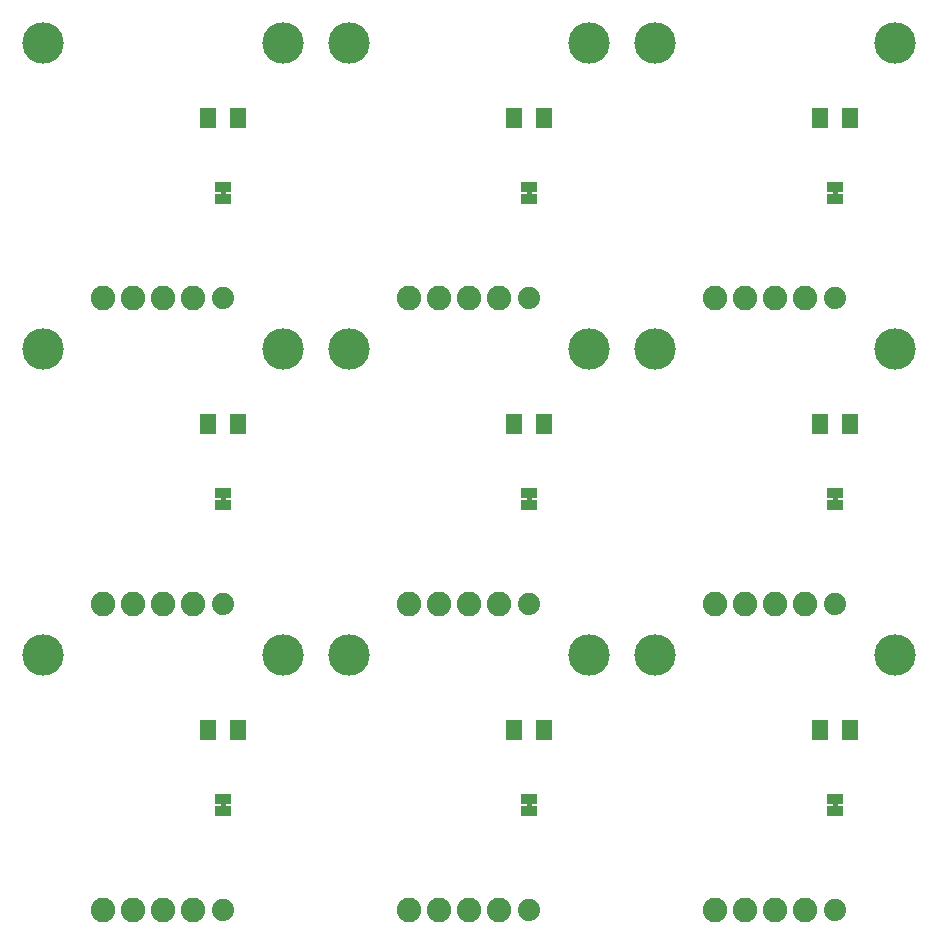
<source format=gbs>
G75*
%MOIN*%
%OFA0B0*%
%FSLAX25Y25*%
%IPPOS*%
%LPD*%
%AMOC8*
5,1,8,0,0,1.08239X$1,22.5*
%
%ADD10C,0.13800*%
%ADD11C,0.08200*%
%ADD12C,0.07400*%
%ADD13R,0.05800X0.03300*%
%ADD14C,0.00500*%
D10*
X0041500Y0143333D03*
X0121500Y0143333D03*
X0143500Y0143333D03*
X0223500Y0143333D03*
X0245500Y0143333D03*
X0325500Y0143333D03*
X0325500Y0245333D03*
X0245500Y0245333D03*
X0223500Y0245333D03*
X0143500Y0245333D03*
X0121500Y0245333D03*
X0041500Y0245333D03*
X0041500Y0347333D03*
X0121500Y0347333D03*
X0143500Y0347333D03*
X0223500Y0347333D03*
X0245500Y0347333D03*
X0325500Y0347333D03*
D11*
X0061500Y0058333D03*
X0071500Y0058333D03*
X0081500Y0058333D03*
X0091500Y0058333D03*
X0163500Y0058333D03*
X0173500Y0058333D03*
X0183500Y0058333D03*
X0193500Y0058333D03*
X0265500Y0058333D03*
X0275500Y0058333D03*
X0285500Y0058333D03*
X0295500Y0058333D03*
X0295500Y0160333D03*
X0285500Y0160333D03*
X0275500Y0160333D03*
X0265500Y0160333D03*
X0193500Y0160333D03*
X0183500Y0160333D03*
X0173500Y0160333D03*
X0163500Y0160333D03*
X0091500Y0160333D03*
X0081500Y0160333D03*
X0071500Y0160333D03*
X0061500Y0160333D03*
X0061500Y0262333D03*
X0071500Y0262333D03*
X0081500Y0262333D03*
X0091500Y0262333D03*
X0163500Y0262333D03*
X0173500Y0262333D03*
X0183500Y0262333D03*
X0193500Y0262333D03*
X0265500Y0262333D03*
X0275500Y0262333D03*
X0285500Y0262333D03*
X0295500Y0262333D03*
D12*
X0305500Y0262333D03*
X0203500Y0262333D03*
X0101500Y0262333D03*
X0101500Y0160333D03*
X0203500Y0160333D03*
X0305500Y0160333D03*
X0305500Y0058333D03*
X0203500Y0058333D03*
X0101500Y0058333D03*
D13*
X0101500Y0091333D03*
X0101500Y0095333D03*
X0096500Y0116733D03*
X0096500Y0119933D03*
X0106500Y0119933D03*
X0106500Y0116733D03*
X0101500Y0193333D03*
X0101500Y0197333D03*
X0096500Y0218733D03*
X0096500Y0221933D03*
X0106500Y0221933D03*
X0106500Y0218733D03*
X0101500Y0295333D03*
X0101500Y0299333D03*
X0096500Y0320733D03*
X0096500Y0323933D03*
X0106500Y0323933D03*
X0106500Y0320733D03*
X0198500Y0320733D03*
X0198500Y0323933D03*
X0208500Y0323933D03*
X0208500Y0320733D03*
X0203500Y0299333D03*
X0203500Y0295333D03*
X0198500Y0221933D03*
X0198500Y0218733D03*
X0208500Y0218733D03*
X0208500Y0221933D03*
X0203500Y0197333D03*
X0203500Y0193333D03*
X0198500Y0119933D03*
X0198500Y0116733D03*
X0208500Y0116733D03*
X0208500Y0119933D03*
X0203500Y0095333D03*
X0203500Y0091333D03*
X0300500Y0116733D03*
X0300500Y0119933D03*
X0310500Y0119933D03*
X0310500Y0116733D03*
X0305500Y0095333D03*
X0305500Y0091333D03*
X0305500Y0193333D03*
X0305500Y0197333D03*
X0300500Y0218733D03*
X0300500Y0221933D03*
X0310500Y0221933D03*
X0310500Y0218733D03*
X0305500Y0295333D03*
X0305500Y0299333D03*
X0300500Y0320733D03*
X0300500Y0323933D03*
X0310500Y0323933D03*
X0310500Y0320733D03*
D14*
X0306000Y0298083D02*
X0305000Y0298083D01*
X0305000Y0296583D01*
X0306000Y0296583D01*
X0306000Y0298083D01*
X0306000Y0297604D02*
X0305000Y0297604D01*
X0305000Y0297105D02*
X0306000Y0297105D01*
X0306000Y0296607D02*
X0305000Y0296607D01*
X0204000Y0296607D02*
X0203000Y0296607D01*
X0203000Y0296583D02*
X0204000Y0296583D01*
X0204000Y0298083D01*
X0203000Y0298083D01*
X0203000Y0296583D01*
X0203000Y0297105D02*
X0204000Y0297105D01*
X0204000Y0297604D02*
X0203000Y0297604D01*
X0102000Y0297604D02*
X0101000Y0297604D01*
X0101000Y0298083D02*
X0101000Y0296583D01*
X0102000Y0296583D01*
X0102000Y0298083D01*
X0101000Y0298083D01*
X0101000Y0297105D02*
X0102000Y0297105D01*
X0102000Y0296607D02*
X0101000Y0296607D01*
X0101000Y0196083D02*
X0101000Y0194583D01*
X0102000Y0194583D01*
X0102000Y0196083D01*
X0101000Y0196083D01*
X0101000Y0195908D02*
X0102000Y0195908D01*
X0102000Y0195409D02*
X0101000Y0195409D01*
X0101000Y0194911D02*
X0102000Y0194911D01*
X0203000Y0194911D02*
X0204000Y0194911D01*
X0204000Y0194583D02*
X0203000Y0194583D01*
X0203000Y0196083D01*
X0204000Y0196083D01*
X0204000Y0194583D01*
X0204000Y0195409D02*
X0203000Y0195409D01*
X0203000Y0195908D02*
X0204000Y0195908D01*
X0305000Y0195908D02*
X0306000Y0195908D01*
X0306000Y0196083D02*
X0305000Y0196083D01*
X0305000Y0194583D01*
X0306000Y0194583D01*
X0306000Y0196083D01*
X0306000Y0195409D02*
X0305000Y0195409D01*
X0305000Y0194911D02*
X0306000Y0194911D01*
X0306000Y0094083D02*
X0305000Y0094083D01*
X0305000Y0092583D01*
X0306000Y0092583D01*
X0306000Y0094083D01*
X0306000Y0093713D02*
X0305000Y0093713D01*
X0305000Y0093214D02*
X0306000Y0093214D01*
X0306000Y0092716D02*
X0305000Y0092716D01*
X0204000Y0092716D02*
X0203000Y0092716D01*
X0203000Y0092583D02*
X0204000Y0092583D01*
X0204000Y0094083D01*
X0203000Y0094083D01*
X0203000Y0092583D01*
X0203000Y0093214D02*
X0204000Y0093214D01*
X0204000Y0093713D02*
X0203000Y0093713D01*
X0102000Y0093713D02*
X0101000Y0093713D01*
X0101000Y0094083D02*
X0101000Y0092583D01*
X0102000Y0092583D01*
X0102000Y0094083D01*
X0101000Y0094083D01*
X0101000Y0093214D02*
X0102000Y0093214D01*
X0102000Y0092716D02*
X0101000Y0092716D01*
M02*

</source>
